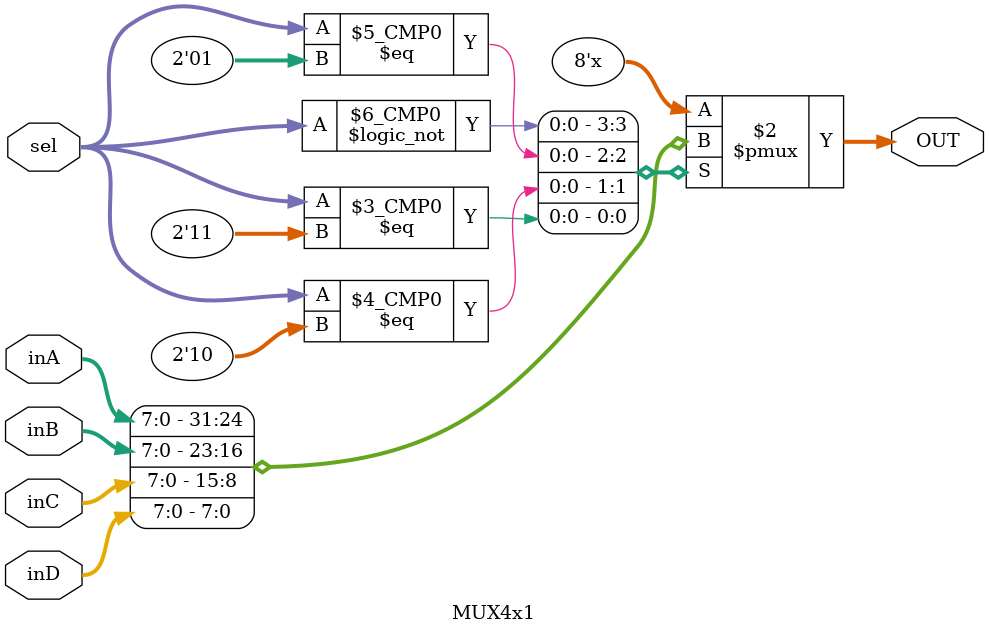
<source format=v>
module MUX4x1( input [11:0] inA, inB, inC, inD, 
					input [1:0]sel,
					output reg [7:0] OUT
);

		always @(*)
		begin
			case(sel)
				2'b00: OUT <= inA;
				2'b01: OUT <= inB;
				2'b10: OUT <= inC;
				2'b11: OUT <= inD;
			endcase
		end 
		
		endmodule
</source>
